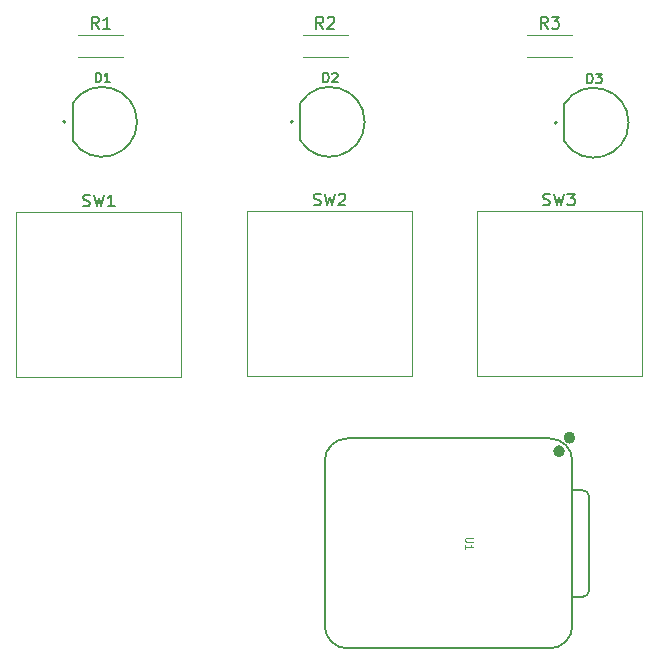
<source format=gbr>
%TF.GenerationSoftware,KiCad,Pcbnew,9.0.5*%
%TF.CreationDate,2025-11-21T19:42:06+02:00*%
%TF.ProjectId,ProtoSwitch,50726f74-6f53-4776-9974-63682e6b6963,rev?*%
%TF.SameCoordinates,Original*%
%TF.FileFunction,Legend,Top*%
%TF.FilePolarity,Positive*%
%FSLAX46Y46*%
G04 Gerber Fmt 4.6, Leading zero omitted, Abs format (unit mm)*
G04 Created by KiCad (PCBNEW 9.0.5) date 2025-11-21 19:42:06*
%MOMM*%
%LPD*%
G01*
G04 APERTURE LIST*
%ADD10C,0.101600*%
%ADD11C,0.150000*%
%ADD12C,0.127000*%
%ADD13C,0.100000*%
%ADD14C,0.504000*%
%ADD15C,0.200000*%
%ADD16C,0.120000*%
G04 APERTURE END LIST*
D10*
X165346520Y-95016190D02*
X164832473Y-95016190D01*
X164832473Y-95016190D02*
X164771997Y-95046428D01*
X164771997Y-95046428D02*
X164741759Y-95076666D01*
X164741759Y-95076666D02*
X164711520Y-95137142D01*
X164711520Y-95137142D02*
X164711520Y-95258095D01*
X164711520Y-95258095D02*
X164741759Y-95318571D01*
X164741759Y-95318571D02*
X164771997Y-95348809D01*
X164771997Y-95348809D02*
X164832473Y-95379047D01*
X164832473Y-95379047D02*
X165346520Y-95379047D01*
X164711520Y-96014047D02*
X164711520Y-95651190D01*
X164711520Y-95832618D02*
X165346520Y-95832618D01*
X165346520Y-95832618D02*
X165255806Y-95772142D01*
X165255806Y-95772142D02*
X165195330Y-95711666D01*
X165195330Y-95711666D02*
X165165092Y-95651190D01*
D11*
X175031024Y-56534295D02*
X175031024Y-55734295D01*
X175031024Y-55734295D02*
X175221500Y-55734295D01*
X175221500Y-55734295D02*
X175335786Y-55772390D01*
X175335786Y-55772390D02*
X175411976Y-55848580D01*
X175411976Y-55848580D02*
X175450071Y-55924771D01*
X175450071Y-55924771D02*
X175488167Y-56077152D01*
X175488167Y-56077152D02*
X175488167Y-56191438D01*
X175488167Y-56191438D02*
X175450071Y-56343819D01*
X175450071Y-56343819D02*
X175411976Y-56420009D01*
X175411976Y-56420009D02*
X175335786Y-56496200D01*
X175335786Y-56496200D02*
X175221500Y-56534295D01*
X175221500Y-56534295D02*
X175031024Y-56534295D01*
X175754833Y-55734295D02*
X176250071Y-55734295D01*
X176250071Y-55734295D02*
X175983405Y-56039057D01*
X175983405Y-56039057D02*
X176097690Y-56039057D01*
X176097690Y-56039057D02*
X176173881Y-56077152D01*
X176173881Y-56077152D02*
X176211976Y-56115247D01*
X176211976Y-56115247D02*
X176250071Y-56191438D01*
X176250071Y-56191438D02*
X176250071Y-56381914D01*
X176250071Y-56381914D02*
X176211976Y-56458104D01*
X176211976Y-56458104D02*
X176173881Y-56496200D01*
X176173881Y-56496200D02*
X176097690Y-56534295D01*
X176097690Y-56534295D02*
X175869119Y-56534295D01*
X175869119Y-56534295D02*
X175792928Y-56496200D01*
X175792928Y-56496200D02*
X175754833Y-56458104D01*
X133684833Y-51914819D02*
X133351500Y-51438628D01*
X133113405Y-51914819D02*
X133113405Y-50914819D01*
X133113405Y-50914819D02*
X133494357Y-50914819D01*
X133494357Y-50914819D02*
X133589595Y-50962438D01*
X133589595Y-50962438D02*
X133637214Y-51010057D01*
X133637214Y-51010057D02*
X133684833Y-51105295D01*
X133684833Y-51105295D02*
X133684833Y-51248152D01*
X133684833Y-51248152D02*
X133637214Y-51343390D01*
X133637214Y-51343390D02*
X133589595Y-51391009D01*
X133589595Y-51391009D02*
X133494357Y-51438628D01*
X133494357Y-51438628D02*
X133113405Y-51438628D01*
X134637214Y-51914819D02*
X134065786Y-51914819D01*
X134351500Y-51914819D02*
X134351500Y-50914819D01*
X134351500Y-50914819D02*
X134256262Y-51057676D01*
X134256262Y-51057676D02*
X134161024Y-51152914D01*
X134161024Y-51152914D02*
X134065786Y-51200533D01*
X133411024Y-56460795D02*
X133411024Y-55660795D01*
X133411024Y-55660795D02*
X133601500Y-55660795D01*
X133601500Y-55660795D02*
X133715786Y-55698890D01*
X133715786Y-55698890D02*
X133791976Y-55775080D01*
X133791976Y-55775080D02*
X133830071Y-55851271D01*
X133830071Y-55851271D02*
X133868167Y-56003652D01*
X133868167Y-56003652D02*
X133868167Y-56117938D01*
X133868167Y-56117938D02*
X133830071Y-56270319D01*
X133830071Y-56270319D02*
X133791976Y-56346509D01*
X133791976Y-56346509D02*
X133715786Y-56422700D01*
X133715786Y-56422700D02*
X133601500Y-56460795D01*
X133601500Y-56460795D02*
X133411024Y-56460795D01*
X134630071Y-56460795D02*
X134172928Y-56460795D01*
X134401500Y-56460795D02*
X134401500Y-55660795D01*
X134401500Y-55660795D02*
X134325309Y-55775080D01*
X134325309Y-55775080D02*
X134249119Y-55851271D01*
X134249119Y-55851271D02*
X134172928Y-55889366D01*
X171318167Y-66839700D02*
X171461024Y-66887319D01*
X171461024Y-66887319D02*
X171699119Y-66887319D01*
X171699119Y-66887319D02*
X171794357Y-66839700D01*
X171794357Y-66839700D02*
X171841976Y-66792080D01*
X171841976Y-66792080D02*
X171889595Y-66696842D01*
X171889595Y-66696842D02*
X171889595Y-66601604D01*
X171889595Y-66601604D02*
X171841976Y-66506366D01*
X171841976Y-66506366D02*
X171794357Y-66458747D01*
X171794357Y-66458747D02*
X171699119Y-66411128D01*
X171699119Y-66411128D02*
X171508643Y-66363509D01*
X171508643Y-66363509D02*
X171413405Y-66315890D01*
X171413405Y-66315890D02*
X171365786Y-66268271D01*
X171365786Y-66268271D02*
X171318167Y-66173033D01*
X171318167Y-66173033D02*
X171318167Y-66077795D01*
X171318167Y-66077795D02*
X171365786Y-65982557D01*
X171365786Y-65982557D02*
X171413405Y-65934938D01*
X171413405Y-65934938D02*
X171508643Y-65887319D01*
X171508643Y-65887319D02*
X171746738Y-65887319D01*
X171746738Y-65887319D02*
X171889595Y-65934938D01*
X172222929Y-65887319D02*
X172461024Y-66887319D01*
X172461024Y-66887319D02*
X172651500Y-66173033D01*
X172651500Y-66173033D02*
X172841976Y-66887319D01*
X172841976Y-66887319D02*
X173080072Y-65887319D01*
X173365786Y-65887319D02*
X173984833Y-65887319D01*
X173984833Y-65887319D02*
X173651500Y-66268271D01*
X173651500Y-66268271D02*
X173794357Y-66268271D01*
X173794357Y-66268271D02*
X173889595Y-66315890D01*
X173889595Y-66315890D02*
X173937214Y-66363509D01*
X173937214Y-66363509D02*
X173984833Y-66458747D01*
X173984833Y-66458747D02*
X173984833Y-66696842D01*
X173984833Y-66696842D02*
X173937214Y-66792080D01*
X173937214Y-66792080D02*
X173889595Y-66839700D01*
X173889595Y-66839700D02*
X173794357Y-66887319D01*
X173794357Y-66887319D02*
X173508643Y-66887319D01*
X173508643Y-66887319D02*
X173413405Y-66839700D01*
X173413405Y-66839700D02*
X173365786Y-66792080D01*
X151898167Y-66839700D02*
X152041024Y-66887319D01*
X152041024Y-66887319D02*
X152279119Y-66887319D01*
X152279119Y-66887319D02*
X152374357Y-66839700D01*
X152374357Y-66839700D02*
X152421976Y-66792080D01*
X152421976Y-66792080D02*
X152469595Y-66696842D01*
X152469595Y-66696842D02*
X152469595Y-66601604D01*
X152469595Y-66601604D02*
X152421976Y-66506366D01*
X152421976Y-66506366D02*
X152374357Y-66458747D01*
X152374357Y-66458747D02*
X152279119Y-66411128D01*
X152279119Y-66411128D02*
X152088643Y-66363509D01*
X152088643Y-66363509D02*
X151993405Y-66315890D01*
X151993405Y-66315890D02*
X151945786Y-66268271D01*
X151945786Y-66268271D02*
X151898167Y-66173033D01*
X151898167Y-66173033D02*
X151898167Y-66077795D01*
X151898167Y-66077795D02*
X151945786Y-65982557D01*
X151945786Y-65982557D02*
X151993405Y-65934938D01*
X151993405Y-65934938D02*
X152088643Y-65887319D01*
X152088643Y-65887319D02*
X152326738Y-65887319D01*
X152326738Y-65887319D02*
X152469595Y-65934938D01*
X152802929Y-65887319D02*
X153041024Y-66887319D01*
X153041024Y-66887319D02*
X153231500Y-66173033D01*
X153231500Y-66173033D02*
X153421976Y-66887319D01*
X153421976Y-66887319D02*
X153660072Y-65887319D01*
X153993405Y-65982557D02*
X154041024Y-65934938D01*
X154041024Y-65934938D02*
X154136262Y-65887319D01*
X154136262Y-65887319D02*
X154374357Y-65887319D01*
X154374357Y-65887319D02*
X154469595Y-65934938D01*
X154469595Y-65934938D02*
X154517214Y-65982557D01*
X154517214Y-65982557D02*
X154564833Y-66077795D01*
X154564833Y-66077795D02*
X154564833Y-66173033D01*
X154564833Y-66173033D02*
X154517214Y-66315890D01*
X154517214Y-66315890D02*
X153945786Y-66887319D01*
X153945786Y-66887319D02*
X154564833Y-66887319D01*
X132358167Y-66919700D02*
X132501024Y-66967319D01*
X132501024Y-66967319D02*
X132739119Y-66967319D01*
X132739119Y-66967319D02*
X132834357Y-66919700D01*
X132834357Y-66919700D02*
X132881976Y-66872080D01*
X132881976Y-66872080D02*
X132929595Y-66776842D01*
X132929595Y-66776842D02*
X132929595Y-66681604D01*
X132929595Y-66681604D02*
X132881976Y-66586366D01*
X132881976Y-66586366D02*
X132834357Y-66538747D01*
X132834357Y-66538747D02*
X132739119Y-66491128D01*
X132739119Y-66491128D02*
X132548643Y-66443509D01*
X132548643Y-66443509D02*
X132453405Y-66395890D01*
X132453405Y-66395890D02*
X132405786Y-66348271D01*
X132405786Y-66348271D02*
X132358167Y-66253033D01*
X132358167Y-66253033D02*
X132358167Y-66157795D01*
X132358167Y-66157795D02*
X132405786Y-66062557D01*
X132405786Y-66062557D02*
X132453405Y-66014938D01*
X132453405Y-66014938D02*
X132548643Y-65967319D01*
X132548643Y-65967319D02*
X132786738Y-65967319D01*
X132786738Y-65967319D02*
X132929595Y-66014938D01*
X133262929Y-65967319D02*
X133501024Y-66967319D01*
X133501024Y-66967319D02*
X133691500Y-66253033D01*
X133691500Y-66253033D02*
X133881976Y-66967319D01*
X133881976Y-66967319D02*
X134120072Y-65967319D01*
X135024833Y-66967319D02*
X134453405Y-66967319D01*
X134739119Y-66967319D02*
X134739119Y-65967319D01*
X134739119Y-65967319D02*
X134643881Y-66110176D01*
X134643881Y-66110176D02*
X134548643Y-66205414D01*
X134548643Y-66205414D02*
X134453405Y-66253033D01*
X171684833Y-51914819D02*
X171351500Y-51438628D01*
X171113405Y-51914819D02*
X171113405Y-50914819D01*
X171113405Y-50914819D02*
X171494357Y-50914819D01*
X171494357Y-50914819D02*
X171589595Y-50962438D01*
X171589595Y-50962438D02*
X171637214Y-51010057D01*
X171637214Y-51010057D02*
X171684833Y-51105295D01*
X171684833Y-51105295D02*
X171684833Y-51248152D01*
X171684833Y-51248152D02*
X171637214Y-51343390D01*
X171637214Y-51343390D02*
X171589595Y-51391009D01*
X171589595Y-51391009D02*
X171494357Y-51438628D01*
X171494357Y-51438628D02*
X171113405Y-51438628D01*
X172018167Y-50914819D02*
X172637214Y-50914819D01*
X172637214Y-50914819D02*
X172303881Y-51295771D01*
X172303881Y-51295771D02*
X172446738Y-51295771D01*
X172446738Y-51295771D02*
X172541976Y-51343390D01*
X172541976Y-51343390D02*
X172589595Y-51391009D01*
X172589595Y-51391009D02*
X172637214Y-51486247D01*
X172637214Y-51486247D02*
X172637214Y-51724342D01*
X172637214Y-51724342D02*
X172589595Y-51819580D01*
X172589595Y-51819580D02*
X172541976Y-51867200D01*
X172541976Y-51867200D02*
X172446738Y-51914819D01*
X172446738Y-51914819D02*
X172161024Y-51914819D01*
X172161024Y-51914819D02*
X172065786Y-51867200D01*
X172065786Y-51867200D02*
X172018167Y-51819580D01*
X152684833Y-51914819D02*
X152351500Y-51438628D01*
X152113405Y-51914819D02*
X152113405Y-50914819D01*
X152113405Y-50914819D02*
X152494357Y-50914819D01*
X152494357Y-50914819D02*
X152589595Y-50962438D01*
X152589595Y-50962438D02*
X152637214Y-51010057D01*
X152637214Y-51010057D02*
X152684833Y-51105295D01*
X152684833Y-51105295D02*
X152684833Y-51248152D01*
X152684833Y-51248152D02*
X152637214Y-51343390D01*
X152637214Y-51343390D02*
X152589595Y-51391009D01*
X152589595Y-51391009D02*
X152494357Y-51438628D01*
X152494357Y-51438628D02*
X152113405Y-51438628D01*
X153065786Y-51010057D02*
X153113405Y-50962438D01*
X153113405Y-50962438D02*
X153208643Y-50914819D01*
X153208643Y-50914819D02*
X153446738Y-50914819D01*
X153446738Y-50914819D02*
X153541976Y-50962438D01*
X153541976Y-50962438D02*
X153589595Y-51010057D01*
X153589595Y-51010057D02*
X153637214Y-51105295D01*
X153637214Y-51105295D02*
X153637214Y-51200533D01*
X153637214Y-51200533D02*
X153589595Y-51343390D01*
X153589595Y-51343390D02*
X153018167Y-51914819D01*
X153018167Y-51914819D02*
X153637214Y-51914819D01*
X152681024Y-56460795D02*
X152681024Y-55660795D01*
X152681024Y-55660795D02*
X152871500Y-55660795D01*
X152871500Y-55660795D02*
X152985786Y-55698890D01*
X152985786Y-55698890D02*
X153061976Y-55775080D01*
X153061976Y-55775080D02*
X153100071Y-55851271D01*
X153100071Y-55851271D02*
X153138167Y-56003652D01*
X153138167Y-56003652D02*
X153138167Y-56117938D01*
X153138167Y-56117938D02*
X153100071Y-56270319D01*
X153100071Y-56270319D02*
X153061976Y-56346509D01*
X153061976Y-56346509D02*
X152985786Y-56422700D01*
X152985786Y-56422700D02*
X152871500Y-56460795D01*
X152871500Y-56460795D02*
X152681024Y-56460795D01*
X153442928Y-55736985D02*
X153481024Y-55698890D01*
X153481024Y-55698890D02*
X153557214Y-55660795D01*
X153557214Y-55660795D02*
X153747690Y-55660795D01*
X153747690Y-55660795D02*
X153823881Y-55698890D01*
X153823881Y-55698890D02*
X153861976Y-55736985D01*
X153861976Y-55736985D02*
X153900071Y-55813176D01*
X153900071Y-55813176D02*
X153900071Y-55889366D01*
X153900071Y-55889366D02*
X153861976Y-56003652D01*
X153861976Y-56003652D02*
X153404833Y-56460795D01*
X153404833Y-56460795D02*
X153900071Y-56460795D01*
D12*
%TO.C,U1*%
X154722500Y-86610000D02*
X171867500Y-86610000D01*
X152817500Y-88515000D02*
X152817500Y-102485000D01*
X173772500Y-91005000D02*
X174682772Y-91008728D01*
X175182500Y-91508728D02*
X175182500Y-99504000D01*
X174682500Y-100004000D02*
X173772500Y-100004000D01*
D13*
X173772500Y-102485000D02*
X173772500Y-88515000D01*
D12*
X173772500Y-102485000D02*
X173772500Y-88515000D01*
X154722500Y-104390000D02*
X171867500Y-104390000D01*
X171867500Y-86610000D02*
G75*
G02*
X173772500Y-88515000I-1J-1905001D01*
G01*
X152817500Y-88515000D02*
G75*
G02*
X154722500Y-86610000I1905001J-1D01*
G01*
X174682772Y-91008728D02*
G75*
G02*
X175182499Y-91508728I-291J-500018D01*
G01*
X175182500Y-99504000D02*
G75*
G02*
X174682500Y-100004000I-500000J0D01*
G01*
X173772500Y-102485000D02*
G75*
G02*
X171867500Y-104390000I-1905000J0D01*
G01*
X154722500Y-104390000D02*
G75*
G02*
X152817500Y-102485000I0J1905000D01*
G01*
D14*
X173783500Y-86550000D02*
G75*
G02*
X173279500Y-86550000I-252000J0D01*
G01*
X173279500Y-86550000D02*
G75*
G02*
X173783500Y-86550000I252000J0D01*
G01*
X172903500Y-87693000D02*
G75*
G02*
X172399500Y-87693000I-252000J0D01*
G01*
X172399500Y-87693000D02*
G75*
G02*
X172903500Y-87693000I252000J0D01*
G01*
D12*
%TO.C,D3*%
X173081500Y-58314000D02*
G75*
G02*
X173081500Y-61446000I2506124J-1566000D01*
G01*
X173081500Y-58314000D02*
X173081500Y-61446000D01*
D15*
X172481500Y-59880000D02*
G75*
G02*
X172281500Y-59880000I-100000J0D01*
G01*
X172281500Y-59880000D02*
G75*
G02*
X172481500Y-59880000I100000J0D01*
G01*
D16*
%TO.C,R1*%
X131931500Y-54300000D02*
X135771500Y-54300000D01*
X131931500Y-52460000D02*
X135771500Y-52460000D01*
D12*
%TO.C,D1*%
X131461500Y-58240500D02*
G75*
G02*
X131461500Y-61372500I2506124J-1566000D01*
G01*
X131461500Y-58240500D02*
X131461500Y-61372500D01*
D15*
X130861500Y-59806500D02*
G75*
G02*
X130661500Y-59806500I-100000J0D01*
G01*
X130661500Y-59806500D02*
G75*
G02*
X130861500Y-59806500I100000J0D01*
G01*
D16*
%TO.C,SW3*%
X165666500Y-67321500D02*
X179636500Y-67321500D01*
X165666500Y-81291500D02*
X165666500Y-67321500D01*
X179636500Y-67321500D02*
X179636500Y-81291500D01*
X179636500Y-81291500D02*
X165666500Y-81291500D01*
%TO.C,SW2*%
X146246500Y-67321500D02*
X160216500Y-67321500D01*
X146246500Y-81291500D02*
X146246500Y-67321500D01*
X160216500Y-67321500D02*
X160216500Y-81291500D01*
X160216500Y-81291500D02*
X146246500Y-81291500D01*
%TO.C,SW1*%
X126706500Y-67401500D02*
X140676500Y-67401500D01*
X126706500Y-81371500D02*
X126706500Y-67401500D01*
X140676500Y-67401500D02*
X140676500Y-81371500D01*
X140676500Y-81371500D02*
X126706500Y-81371500D01*
%TO.C,R3*%
X169931500Y-52460000D02*
X173771500Y-52460000D01*
X169931500Y-54300000D02*
X173771500Y-54300000D01*
%TO.C,R2*%
X150931500Y-52460000D02*
X154771500Y-52460000D01*
X150931500Y-54300000D02*
X154771500Y-54300000D01*
D15*
%TO.C,D2*%
X150131500Y-59806500D02*
G75*
G02*
X149931500Y-59806500I-100000J0D01*
G01*
X149931500Y-59806500D02*
G75*
G02*
X150131500Y-59806500I100000J0D01*
G01*
D12*
X150731500Y-58240500D02*
X150731500Y-61372500D01*
X150731500Y-58240500D02*
G75*
G02*
X150731500Y-61372500I2506124J-1566000D01*
G01*
%TD*%
M02*

</source>
